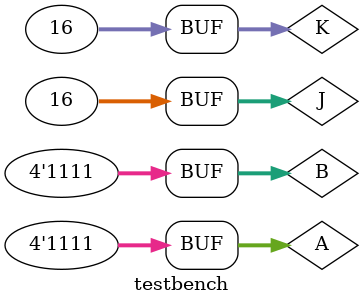
<source format=v>
`timescale 1ns / 1ps


module testbench;
	integer J;
	integer K;
	// Inputs
	reg [3:0] A;
	reg [3:0] B;

	// Outputs
	wire [7:0] C;

	// Instantiate the Unit Under Test (UUT)
	multi uut (
		.A(A), 
		.B(B), 
		.C(C)
	);

	initial begin
		// Initialize Inputs
		A = 0;
		B = 0;

		for(J=0; J<16; J=J+1) begin		// 0 ©ç 15 ÜÅðüÍ
			for(K=0; K<16; K=K+1) begin		// 0 ©ç 15 ÜÅðüÍ
				A=K;
				B=J;
				#3;
			end
		end
	   
		// Add stimulus here

	end
      
endmodule


</source>
